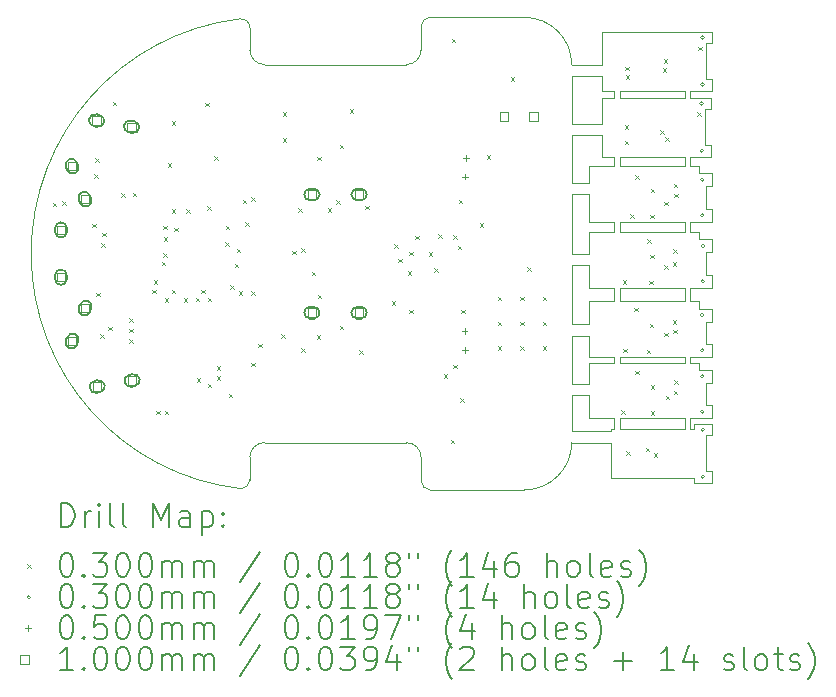
<source format=gbr>
%TF.GenerationSoftware,KiCad,Pcbnew,6.0.7-f9a2dced07~116~ubuntu20.04.1*%
%TF.CreationDate,2022-10-12T13:20:06+05:30*%
%TF.ProjectId,mushak_pcb,6d757368-616b-45f7-9063-622e6b696361,rev?*%
%TF.SameCoordinates,Original*%
%TF.FileFunction,Drillmap*%
%TF.FilePolarity,Positive*%
%FSLAX45Y45*%
G04 Gerber Fmt 4.5, Leading zero omitted, Abs format (unit mm)*
G04 Created by KiCad (PCBNEW 6.0.7-f9a2dced07~116~ubuntu20.04.1) date 2022-10-12 13:20:06*
%MOMM*%
%LPD*%
G01*
G04 APERTURE LIST*
%ADD10C,0.100000*%
%ADD11C,0.200000*%
%ADD12C,0.030000*%
%ADD13C,0.050000*%
G04 APERTURE END LIST*
D10*
X19400000Y-9100000D02*
X19550000Y-9100000D01*
X19400000Y-8600000D02*
X19400000Y-8200000D01*
X20405000Y-8380000D02*
X20575000Y-8380000D01*
X19545000Y-9990000D02*
X19755000Y-9990000D01*
X19550000Y-10900000D02*
X19550000Y-11095000D01*
X20435000Y-11597500D02*
X19735000Y-11597500D01*
X19550000Y-9430000D02*
X19755000Y-9430000D01*
X20480000Y-9580000D02*
X20480000Y-9517500D01*
X19400000Y-10800000D02*
X19550000Y-10800000D01*
X19000000Y-11700000D02*
X18200000Y-11700000D01*
X16800000Y-8100000D02*
X18000000Y-8100000D01*
X20535000Y-10795000D02*
X20535000Y-10985000D01*
X19400000Y-10300000D02*
X19400000Y-9800000D01*
X20535000Y-10985000D02*
X20585000Y-10985000D01*
X19400000Y-8100000D02*
X19652500Y-8100000D01*
X20585000Y-10275000D02*
X20585000Y-10165000D01*
X19755000Y-9990000D02*
X19755000Y-10102500D01*
X20585000Y-9130000D02*
X20585000Y-9020000D01*
X20535000Y-8220000D02*
X20535000Y-7920000D01*
X16675000Y-11615000D02*
X16675000Y-11420000D01*
X20405000Y-8880000D02*
X20405000Y-8957500D01*
X20585000Y-8320000D02*
X20585000Y-8220000D01*
X20475000Y-9020000D02*
X20475000Y-8970000D01*
X19400000Y-10800000D02*
X19400000Y-10400000D01*
X19805000Y-10622500D02*
X20355000Y-10622500D01*
X18200000Y-7700000D02*
G75*
G03*
X18125000Y-7775000I0J-75000D01*
G01*
X20590000Y-9990000D02*
X20590000Y-9880000D01*
X20475000Y-10685000D02*
X20475000Y-10622500D01*
X20585000Y-10795000D02*
X20535000Y-10795000D01*
X20405000Y-10102500D02*
X20475000Y-10102500D01*
X20535000Y-7920000D02*
X20585000Y-7920000D01*
X18125000Y-7975000D02*
X18125000Y-7775000D01*
X19000000Y-11700000D02*
G75*
G03*
X19400000Y-11300000I0J400000D01*
G01*
X19400000Y-9197500D02*
X19550000Y-9197500D01*
X19805000Y-8320000D02*
X19805000Y-8380000D01*
X19545000Y-10575000D02*
X19755000Y-10575000D01*
X18125000Y-11425000D02*
G75*
G03*
X18000000Y-11300000I-125000J0D01*
G01*
X19652500Y-8880000D02*
X19755000Y-8880000D01*
X20480000Y-9990000D02*
X20590000Y-9990000D01*
X20405000Y-9517500D02*
X20480000Y-9517500D01*
X20475000Y-10102500D02*
X20475000Y-10120000D01*
X20355000Y-8880000D02*
X19805000Y-8880000D01*
X20590000Y-9580000D02*
X20480000Y-9580000D01*
X19755000Y-8880000D02*
X19755000Y-8957500D01*
X20535000Y-10465000D02*
X20535000Y-10275000D01*
X20585000Y-7920000D02*
X20585000Y-7820000D01*
X19400000Y-8100000D02*
G75*
G03*
X19000000Y-7700000I-400000J0D01*
G01*
X20585000Y-10465000D02*
X20535000Y-10465000D01*
X19400000Y-11200000D02*
X19735000Y-11200000D01*
X20405000Y-10575000D02*
X20405000Y-10622500D01*
X20585000Y-9020000D02*
X20475000Y-9020000D01*
X18000000Y-8100000D02*
G75*
G03*
X18125000Y-7975000I0J125000D01*
G01*
X19545000Y-9800000D02*
X19545000Y-9990000D01*
X19805000Y-11182500D02*
X20355000Y-11182500D01*
X19755000Y-11095000D02*
X19755000Y-11182500D01*
X19400000Y-9700000D02*
X19545000Y-9700000D01*
X19652500Y-8380000D02*
X19652500Y-8600000D01*
X20405000Y-11095000D02*
X20585000Y-11095000D01*
X20355000Y-9990000D02*
X20355000Y-10102500D01*
X19550000Y-9197500D02*
X19550000Y-9430000D01*
X16675000Y-7975000D02*
X16675000Y-7788033D01*
X19735000Y-11182500D02*
X19735000Y-11200000D01*
X19550000Y-10622500D02*
X19755000Y-10622500D01*
X19652500Y-8200000D02*
X19652500Y-8320000D01*
X19400000Y-9700000D02*
X19400000Y-9197500D01*
X20585000Y-10685000D02*
X20475000Y-10685000D01*
X20435000Y-11182500D02*
X20435000Y-11140000D01*
X16590000Y-7713033D02*
G75*
G03*
X16600000Y-11690000I235075J-1987905D01*
G01*
X20535000Y-11240000D02*
X20535000Y-11520000D01*
X20540000Y-9880000D02*
X20540000Y-9690000D01*
X19550000Y-10622500D02*
X19550000Y-10800000D01*
X18125000Y-11625000D02*
G75*
G03*
X18200000Y-11700000I75000J0D01*
G01*
X20435000Y-11140000D02*
X20585000Y-11140000D01*
X20585000Y-7820000D02*
X19652500Y-7820000D01*
X19805000Y-9430000D02*
X19805000Y-9517500D01*
X19805000Y-10102500D02*
X20355000Y-10102500D01*
X20590000Y-9690000D02*
X20590000Y-9580000D01*
X20405000Y-9990000D02*
X20405000Y-10102500D01*
X20405000Y-9430000D02*
X20585000Y-9430000D01*
X19755000Y-10575000D02*
X19755000Y-10622500D01*
X20355000Y-8320000D02*
X20355000Y-8380000D01*
X20355000Y-9517500D02*
X19805000Y-9517500D01*
X19755000Y-9517500D02*
X19545000Y-9517500D01*
X19400000Y-10900000D02*
X19550000Y-10900000D01*
X20535000Y-9320000D02*
X20585000Y-9320000D01*
X20585000Y-11140000D02*
X20585000Y-11240000D01*
X20585000Y-10575000D02*
X20585000Y-10465000D01*
X20405000Y-9430000D02*
X20405000Y-9517500D01*
X19755000Y-11182500D02*
X19735000Y-11182500D01*
X20435000Y-11640000D02*
X20435000Y-11597500D01*
X19400000Y-8200000D02*
X19652500Y-8200000D01*
X20525000Y-8770000D02*
X20525000Y-8480000D01*
X20405000Y-9990000D02*
X20480000Y-9990000D01*
X18200000Y-7700000D02*
X19000000Y-7700000D01*
X20585000Y-11640000D02*
X20435000Y-11640000D01*
X19805000Y-9430000D02*
X20355000Y-9430000D01*
X20405000Y-10575000D02*
X20475000Y-10575000D01*
X19400000Y-9100000D02*
X19400000Y-8700000D01*
X19545000Y-10400000D02*
X19545000Y-10575000D01*
X20575000Y-8880000D02*
X20575000Y-8780000D01*
X20405000Y-8880000D02*
X20575000Y-8880000D01*
X20475000Y-10575000D02*
X20585000Y-10575000D01*
X19735000Y-11300000D02*
X19735000Y-11597500D01*
X19805000Y-10575000D02*
X20355000Y-10575000D01*
X20585000Y-9320000D02*
X20585000Y-9430000D01*
X19755000Y-8957500D02*
X19550000Y-8957500D01*
X19805000Y-11095000D02*
X20355000Y-11095000D01*
X19400000Y-10300000D02*
X19545000Y-10300000D01*
X19652500Y-8320000D02*
X19755000Y-8320000D01*
X20405000Y-8320000D02*
X20405000Y-8380000D01*
X19805000Y-9990000D02*
X20355000Y-9990000D01*
X19545000Y-10102500D02*
X19545000Y-10300000D01*
X20475000Y-8970000D02*
X20475000Y-8957500D01*
X20535000Y-11520000D02*
X20535000Y-11540000D01*
X20355000Y-8380000D02*
X19805000Y-8380000D01*
X20590000Y-9880000D02*
X20540000Y-9880000D01*
X16600000Y-11690000D02*
G75*
G03*
X16675000Y-11615000I0J75000D01*
G01*
X20535000Y-11540000D02*
X20585000Y-11540000D01*
X20585000Y-11240000D02*
X20535000Y-11240000D01*
X20405000Y-11182500D02*
X20435000Y-11182500D01*
X20355000Y-8880000D02*
X20355000Y-8957500D01*
X19400000Y-11300000D02*
X19735000Y-11300000D01*
X20355000Y-11095000D02*
X20355000Y-11182500D01*
X20405000Y-8320000D02*
X20585000Y-8320000D01*
X20355000Y-9430000D02*
X20355000Y-9517500D01*
X19805000Y-10575000D02*
X19805000Y-10622500D01*
X20405000Y-11095000D02*
X20405000Y-11182500D01*
X20585000Y-8220000D02*
X20535000Y-8220000D01*
X20585000Y-10985000D02*
X20585000Y-11095000D01*
X19545000Y-9517500D02*
X19545000Y-9700000D01*
X20405000Y-8957500D02*
X20475000Y-8957500D01*
X20475000Y-10165000D02*
X20475000Y-10120000D01*
X19805000Y-8320000D02*
X20355000Y-8320000D01*
X19400000Y-9800000D02*
X19545000Y-9800000D01*
X19400000Y-8700000D02*
X19652500Y-8700000D01*
X20405000Y-10622500D02*
X20475000Y-10622500D01*
X20525000Y-8770000D02*
X20525000Y-8780000D01*
X19755000Y-8320000D02*
X19755000Y-8380000D01*
X20585000Y-10165000D02*
X20475000Y-10165000D01*
X18125000Y-11425000D02*
X18125000Y-11625000D01*
X19755000Y-9430000D02*
X19755000Y-9517500D01*
X20535000Y-9130000D02*
X20585000Y-9130000D01*
X20355000Y-10575000D02*
X20355000Y-10622500D01*
X19652500Y-7820000D02*
X19652500Y-8100000D01*
X19550000Y-8957500D02*
X19550000Y-9100000D01*
X20535000Y-9320000D02*
X20535000Y-9130000D01*
X19755000Y-8380000D02*
X19652500Y-8380000D01*
X20525000Y-8780000D02*
X20575000Y-8780000D01*
X19545000Y-10102500D02*
X19755000Y-10102500D01*
X19805000Y-9990000D02*
X19805000Y-10102500D01*
X20575000Y-8380000D02*
X20575000Y-8480000D01*
X16800000Y-11299996D02*
G75*
G03*
X16675000Y-11420000I0J-125104D01*
G01*
X19805000Y-8880000D02*
X19805000Y-8957500D01*
X20525000Y-8480000D02*
X20575000Y-8480000D01*
X20585000Y-11540000D02*
X20585000Y-11640000D01*
X16674995Y-7788033D02*
G75*
G03*
X16590000Y-7713033I-75585J3D01*
G01*
X19400000Y-8600000D02*
X19652500Y-8600000D01*
X16800000Y-11300000D02*
X18000000Y-11300000D01*
X19400000Y-11200000D02*
X19400000Y-10900000D01*
X20540000Y-9690000D02*
X20590000Y-9690000D01*
X19805000Y-11182500D02*
X19805000Y-11095000D01*
X16675000Y-7975000D02*
G75*
G03*
X16800000Y-8100000I125000J0D01*
G01*
X20535000Y-10275000D02*
X20585000Y-10275000D01*
X19400000Y-10400000D02*
X19545000Y-10400000D01*
X19652500Y-8700000D02*
X19652500Y-8880000D01*
X20355000Y-8957500D02*
X19805000Y-8957500D01*
X19550000Y-11095000D02*
X19755000Y-11095000D01*
X20585000Y-10685000D02*
X20585000Y-10795000D01*
D11*
D12*
X15004950Y-9267500D02*
X15034950Y-9297500D01*
X15034950Y-9267500D02*
X15004950Y-9297500D01*
X15084340Y-9255984D02*
X15114340Y-9285984D01*
X15114340Y-9255984D02*
X15084340Y-9285984D01*
X15340000Y-9448000D02*
X15370000Y-9478000D01*
X15370000Y-9448000D02*
X15340000Y-9478000D01*
X15355000Y-9030000D02*
X15385000Y-9060000D01*
X15385000Y-9030000D02*
X15355000Y-9060000D01*
X15365000Y-8892177D02*
X15395000Y-8922177D01*
X15395000Y-8892177D02*
X15365000Y-8922177D01*
X15375000Y-10030000D02*
X15405000Y-10060000D01*
X15405000Y-10030000D02*
X15375000Y-10060000D01*
X15410000Y-10385000D02*
X15440000Y-10415000D01*
X15440000Y-10385000D02*
X15410000Y-10415000D01*
X15415000Y-9610000D02*
X15445000Y-9640000D01*
X15445000Y-9610000D02*
X15415000Y-9640000D01*
X15425000Y-9525000D02*
X15455000Y-9555000D01*
X15455000Y-9525000D02*
X15425000Y-9555000D01*
X15475000Y-10320000D02*
X15505000Y-10350000D01*
X15505000Y-10320000D02*
X15475000Y-10350000D01*
X15515000Y-8415000D02*
X15545000Y-8445000D01*
X15545000Y-8415000D02*
X15515000Y-8445000D01*
X15585000Y-9190000D02*
X15615000Y-9220000D01*
X15615000Y-9190000D02*
X15585000Y-9220000D01*
X15655000Y-10245000D02*
X15685000Y-10275000D01*
X15685000Y-10245000D02*
X15655000Y-10275000D01*
X15655000Y-10335000D02*
X15685000Y-10365000D01*
X15685000Y-10335000D02*
X15655000Y-10365000D01*
X15655000Y-10425000D02*
X15685000Y-10455000D01*
X15685000Y-10425000D02*
X15655000Y-10455000D01*
X15685000Y-9185000D02*
X15715000Y-9215000D01*
X15715000Y-9185000D02*
X15685000Y-9215000D01*
X15850000Y-10005000D02*
X15880000Y-10035000D01*
X15880000Y-10005000D02*
X15850000Y-10035000D01*
X15859680Y-9924680D02*
X15889680Y-9954680D01*
X15889680Y-9924680D02*
X15859680Y-9954680D01*
X15882500Y-11030000D02*
X15912500Y-11060000D01*
X15912500Y-11030000D02*
X15882500Y-11060000D01*
X15930000Y-9770000D02*
X15960000Y-9800000D01*
X15960000Y-9770000D02*
X15930000Y-9800000D01*
X15940000Y-9465000D02*
X15970000Y-9495000D01*
X15970000Y-9465000D02*
X15940000Y-9495000D01*
X15940000Y-9695000D02*
X15970000Y-9725000D01*
X15970000Y-9695000D02*
X15940000Y-9725000D01*
X15945000Y-9560000D02*
X15975000Y-9590000D01*
X15975000Y-9560000D02*
X15945000Y-9590000D01*
X15954171Y-10076163D02*
X15984171Y-10106163D01*
X15984171Y-10076163D02*
X15954171Y-10106163D01*
X15955000Y-11030000D02*
X15985000Y-11060000D01*
X15985000Y-11030000D02*
X15955000Y-11060000D01*
X15980000Y-8935000D02*
X16010000Y-8965000D01*
X16010000Y-8935000D02*
X15980000Y-8965000D01*
X16015000Y-8580000D02*
X16045000Y-8610000D01*
X16045000Y-8580000D02*
X16015000Y-8610000D01*
X16015000Y-9325000D02*
X16045000Y-9355000D01*
X16045000Y-9325000D02*
X16015000Y-9355000D01*
X16015000Y-10005000D02*
X16045000Y-10035000D01*
X16045000Y-10005000D02*
X16015000Y-10035000D01*
X16035000Y-9480000D02*
X16065000Y-9510000D01*
X16065000Y-9480000D02*
X16035000Y-9510000D01*
X16115000Y-10080000D02*
X16145000Y-10110000D01*
X16145000Y-10080000D02*
X16115000Y-10110000D01*
X16135000Y-9325000D02*
X16165000Y-9355000D01*
X16165000Y-9325000D02*
X16135000Y-9355000D01*
X16215000Y-10075000D02*
X16245000Y-10105000D01*
X16245000Y-10075000D02*
X16215000Y-10105000D01*
X16225000Y-10755000D02*
X16255000Y-10785000D01*
X16255000Y-10755000D02*
X16225000Y-10785000D01*
X16265000Y-10005000D02*
X16295000Y-10035000D01*
X16295000Y-10005000D02*
X16265000Y-10035000D01*
X16297500Y-8422500D02*
X16327500Y-8452500D01*
X16327500Y-8422500D02*
X16297500Y-8452500D01*
X16315000Y-9300000D02*
X16345000Y-9330000D01*
X16345000Y-9300000D02*
X16315000Y-9330000D01*
X16320000Y-10075000D02*
X16350000Y-10105000D01*
X16350000Y-10075000D02*
X16320000Y-10105000D01*
X16320000Y-10800000D02*
X16350000Y-10830000D01*
X16350000Y-10800000D02*
X16320000Y-10830000D01*
X16375000Y-8875000D02*
X16405000Y-8905000D01*
X16405000Y-8875000D02*
X16375000Y-8905000D01*
X16395000Y-10655000D02*
X16425000Y-10685000D01*
X16425000Y-10655000D02*
X16395000Y-10685000D01*
X16395000Y-10740000D02*
X16425000Y-10770000D01*
X16425000Y-10740000D02*
X16395000Y-10770000D01*
X16465000Y-9605000D02*
X16495000Y-9635000D01*
X16495000Y-9605000D02*
X16465000Y-9635000D01*
X16470000Y-9465000D02*
X16500000Y-9495000D01*
X16500000Y-9465000D02*
X16470000Y-9495000D01*
X16497500Y-10885000D02*
X16527500Y-10915000D01*
X16527500Y-10885000D02*
X16497500Y-10915000D01*
X16510000Y-9969950D02*
X16540000Y-9999950D01*
X16540000Y-9969950D02*
X16510000Y-9999950D01*
X16545000Y-9785000D02*
X16575000Y-9815000D01*
X16575000Y-9785000D02*
X16545000Y-9815000D01*
X16565000Y-9660000D02*
X16595000Y-9690000D01*
X16595000Y-9660000D02*
X16565000Y-9690000D01*
X16580000Y-10020000D02*
X16610000Y-10050000D01*
X16610000Y-10020000D02*
X16580000Y-10050000D01*
X16615000Y-9245000D02*
X16645000Y-9275000D01*
X16645000Y-9245000D02*
X16615000Y-9275000D01*
X16635000Y-9435000D02*
X16665000Y-9465000D01*
X16665000Y-9435000D02*
X16635000Y-9465000D01*
X16685000Y-10020000D02*
X16715000Y-10050000D01*
X16715000Y-10020000D02*
X16685000Y-10050000D01*
X16685000Y-10625000D02*
X16715000Y-10655000D01*
X16715000Y-10625000D02*
X16685000Y-10655000D01*
X16686541Y-9222885D02*
X16716541Y-9252885D01*
X16716541Y-9222885D02*
X16686541Y-9252885D01*
X16745000Y-10465000D02*
X16775000Y-10495000D01*
X16775000Y-10465000D02*
X16745000Y-10495000D01*
X16940000Y-10385000D02*
X16970000Y-10415000D01*
X16970000Y-10385000D02*
X16940000Y-10415000D01*
X16955000Y-8505000D02*
X16985000Y-8535000D01*
X16985000Y-8505000D02*
X16955000Y-8535000D01*
X16955000Y-8725000D02*
X16985000Y-8755000D01*
X16985000Y-8725000D02*
X16955000Y-8755000D01*
X17035000Y-9675000D02*
X17065000Y-9705000D01*
X17065000Y-9675000D02*
X17035000Y-9705000D01*
X17083000Y-9315000D02*
X17113000Y-9345000D01*
X17113000Y-9315000D02*
X17083000Y-9345000D01*
X17110000Y-9655050D02*
X17140000Y-9685050D01*
X17140000Y-9655050D02*
X17110000Y-9685050D01*
X17110000Y-10500000D02*
X17140000Y-10530000D01*
X17140000Y-10500000D02*
X17110000Y-10530000D01*
X17200000Y-9855000D02*
X17230000Y-9885000D01*
X17230000Y-9855000D02*
X17200000Y-9885000D01*
X17240000Y-10390000D02*
X17270000Y-10420000D01*
X17270000Y-10390000D02*
X17240000Y-10420000D01*
X17245000Y-8880000D02*
X17275000Y-8910000D01*
X17275000Y-8880000D02*
X17245000Y-8910000D01*
X17250000Y-10050000D02*
X17280000Y-10080000D01*
X17280000Y-10050000D02*
X17250000Y-10080000D01*
X17335000Y-9317500D02*
X17365000Y-9347500D01*
X17365000Y-9317500D02*
X17335000Y-9347500D01*
X17405000Y-9250000D02*
X17435000Y-9280000D01*
X17435000Y-9250000D02*
X17405000Y-9280000D01*
X17435000Y-8780000D02*
X17465000Y-8810000D01*
X17465000Y-8780000D02*
X17435000Y-8810000D01*
X17435000Y-10310000D02*
X17465000Y-10340000D01*
X17465000Y-10310000D02*
X17435000Y-10340000D01*
X17520000Y-8480000D02*
X17550000Y-8510000D01*
X17550000Y-8480000D02*
X17520000Y-8510000D01*
X17600000Y-10520000D02*
X17630000Y-10550000D01*
X17630000Y-10520000D02*
X17600000Y-10550000D01*
X17650000Y-9295000D02*
X17680000Y-9325000D01*
X17680000Y-9295000D02*
X17650000Y-9325000D01*
X17875000Y-10105000D02*
X17905000Y-10135000D01*
X17905000Y-10105000D02*
X17875000Y-10135000D01*
X17895000Y-9620000D02*
X17925000Y-9650000D01*
X17925000Y-9620000D02*
X17895000Y-9650000D01*
X17930000Y-9745000D02*
X17960000Y-9775000D01*
X17960000Y-9745000D02*
X17930000Y-9775000D01*
X18010000Y-9849950D02*
X18040000Y-9879950D01*
X18040000Y-9849950D02*
X18010000Y-9879950D01*
X18025000Y-9685000D02*
X18055000Y-9715000D01*
X18055000Y-9685000D02*
X18025000Y-9715000D01*
X18025000Y-10175000D02*
X18055000Y-10205000D01*
X18055000Y-10175000D02*
X18025000Y-10205000D01*
X18075000Y-9550000D02*
X18105000Y-9580000D01*
X18105000Y-9550000D02*
X18075000Y-9580000D01*
X18189680Y-9690320D02*
X18219680Y-9720320D01*
X18219680Y-9690320D02*
X18189680Y-9720320D01*
X18235000Y-9825000D02*
X18265000Y-9855000D01*
X18265000Y-9825000D02*
X18235000Y-9855000D01*
X18270000Y-9535000D02*
X18300000Y-9565000D01*
X18300000Y-9535000D02*
X18270000Y-9565000D01*
X18315000Y-10720000D02*
X18345000Y-10750000D01*
X18345000Y-10720000D02*
X18315000Y-10750000D01*
X18375000Y-11275000D02*
X18405000Y-11305000D01*
X18405000Y-11275000D02*
X18375000Y-11305000D01*
X18385000Y-7880000D02*
X18415000Y-7910000D01*
X18415000Y-7880000D02*
X18385000Y-7910000D01*
X18395000Y-10640000D02*
X18425000Y-10670000D01*
X18425000Y-10640000D02*
X18395000Y-10670000D01*
X18397450Y-9545000D02*
X18427450Y-9575000D01*
X18427450Y-9545000D02*
X18397450Y-9575000D01*
X18435000Y-9635000D02*
X18465000Y-9665000D01*
X18465000Y-9635000D02*
X18435000Y-9665000D01*
X18445000Y-9244950D02*
X18475000Y-9274950D01*
X18475000Y-9244950D02*
X18445000Y-9274950D01*
X18455000Y-10925000D02*
X18485000Y-10955000D01*
X18485000Y-10925000D02*
X18455000Y-10955000D01*
X18462500Y-10175000D02*
X18492500Y-10205000D01*
X18492500Y-10175000D02*
X18462500Y-10205000D01*
X18620000Y-9445000D02*
X18650000Y-9475000D01*
X18650000Y-9445000D02*
X18620000Y-9475000D01*
X18680000Y-8865000D02*
X18710000Y-8895000D01*
X18710000Y-8865000D02*
X18680000Y-8895000D01*
X18775000Y-10065000D02*
X18805000Y-10095000D01*
X18805000Y-10065000D02*
X18775000Y-10095000D01*
X18775000Y-10275000D02*
X18805000Y-10305000D01*
X18805000Y-10275000D02*
X18775000Y-10305000D01*
X18775000Y-10485000D02*
X18805000Y-10515000D01*
X18805000Y-10485000D02*
X18775000Y-10515000D01*
X18885000Y-8205000D02*
X18915000Y-8235000D01*
X18915000Y-8205000D02*
X18885000Y-8235000D01*
X18965000Y-10065000D02*
X18995000Y-10095000D01*
X18995000Y-10065000D02*
X18965000Y-10095000D01*
X18965000Y-10275000D02*
X18995000Y-10305000D01*
X18995000Y-10275000D02*
X18965000Y-10305000D01*
X18965000Y-10485000D02*
X18995000Y-10515000D01*
X18995000Y-10485000D02*
X18965000Y-10515000D01*
X19025000Y-9815000D02*
X19055000Y-9845000D01*
X19055000Y-9815000D02*
X19025000Y-9845000D01*
X19155000Y-10065000D02*
X19185000Y-10095000D01*
X19185000Y-10065000D02*
X19155000Y-10095000D01*
X19155000Y-10275000D02*
X19185000Y-10305000D01*
X19185000Y-10275000D02*
X19155000Y-10305000D01*
X19155000Y-10485000D02*
X19185000Y-10515000D01*
X19185000Y-10485000D02*
X19155000Y-10515000D01*
X19820000Y-11025000D02*
X19850000Y-11055000D01*
X19850000Y-11025000D02*
X19820000Y-11055000D01*
X19830000Y-9925000D02*
X19860000Y-9955000D01*
X19860000Y-9925000D02*
X19830000Y-9955000D01*
X19835000Y-10505000D02*
X19865000Y-10535000D01*
X19865000Y-10505000D02*
X19835000Y-10535000D01*
X19847500Y-8615000D02*
X19877500Y-8645000D01*
X19877500Y-8615000D02*
X19847500Y-8645000D01*
X19847500Y-8745000D02*
X19877500Y-8775000D01*
X19877500Y-8745000D02*
X19847500Y-8775000D01*
X19852500Y-8117500D02*
X19882500Y-8147500D01*
X19882500Y-8117500D02*
X19852500Y-8147500D01*
X19857500Y-8190000D02*
X19887500Y-8220000D01*
X19887500Y-8190000D02*
X19857500Y-8220000D01*
X19862500Y-11375000D02*
X19892500Y-11405000D01*
X19892500Y-11375000D02*
X19862500Y-11405000D01*
X19895000Y-9365000D02*
X19925000Y-9395000D01*
X19925000Y-9365000D02*
X19895000Y-9395000D01*
X19927500Y-10160000D02*
X19957500Y-10190000D01*
X19957500Y-10160000D02*
X19927500Y-10190000D01*
X19937500Y-9037500D02*
X19967500Y-9067500D01*
X19967500Y-9037500D02*
X19937500Y-9067500D01*
X19937500Y-10690000D02*
X19967500Y-10720000D01*
X19967500Y-10690000D02*
X19937500Y-10720000D01*
X20028344Y-11343834D02*
X20058344Y-11373834D01*
X20058344Y-11343834D02*
X20028344Y-11373834D01*
X20035000Y-10515000D02*
X20065000Y-10545000D01*
X20065000Y-10515000D02*
X20035000Y-10545000D01*
X20037500Y-9580000D02*
X20067500Y-9610000D01*
X20067500Y-9580000D02*
X20037500Y-9610000D01*
X20055000Y-9930000D02*
X20085000Y-9960000D01*
X20085000Y-9930000D02*
X20055000Y-9960000D01*
X20060000Y-10295000D02*
X20090000Y-10325000D01*
X20090000Y-10295000D02*
X20060000Y-10325000D01*
X20065000Y-9370000D02*
X20095000Y-9400000D01*
X20095000Y-9370000D02*
X20065000Y-9400000D01*
X20065050Y-9710000D02*
X20095050Y-9740000D01*
X20095050Y-9710000D02*
X20065050Y-9740000D01*
X20070000Y-9150000D02*
X20100000Y-9180000D01*
X20100000Y-9150000D02*
X20070000Y-9180000D01*
X20070000Y-10815000D02*
X20100000Y-10845000D01*
X20100000Y-10815000D02*
X20070000Y-10845000D01*
X20070000Y-11035000D02*
X20100000Y-11065000D01*
X20100000Y-11035000D02*
X20070000Y-11065000D01*
X20093716Y-11389862D02*
X20123716Y-11419862D01*
X20123716Y-11389862D02*
X20093716Y-11419862D01*
X20147500Y-8655000D02*
X20177500Y-8685000D01*
X20177500Y-8655000D02*
X20147500Y-8685000D01*
X20170050Y-8132500D02*
X20200050Y-8162500D01*
X20200050Y-8132500D02*
X20170050Y-8162500D01*
X20177500Y-8055000D02*
X20207500Y-8085000D01*
X20207500Y-8055000D02*
X20177500Y-8085000D01*
X20185000Y-9260000D02*
X20215000Y-9290000D01*
X20215000Y-9260000D02*
X20185000Y-9290000D01*
X20185000Y-9800000D02*
X20215000Y-9830000D01*
X20215000Y-9800000D02*
X20185000Y-9830000D01*
X20185000Y-10370000D02*
X20215000Y-10400000D01*
X20215000Y-10370000D02*
X20185000Y-10400000D01*
X20192500Y-8715000D02*
X20222500Y-8745000D01*
X20222500Y-8715000D02*
X20192500Y-8745000D01*
X20195000Y-10905000D02*
X20225000Y-10935000D01*
X20225000Y-10905000D02*
X20195000Y-10935000D01*
X20255000Y-9775000D02*
X20285000Y-9805000D01*
X20285000Y-9775000D02*
X20255000Y-9805000D01*
X20255000Y-10265000D02*
X20285000Y-10295000D01*
X20285000Y-10265000D02*
X20255000Y-10295000D01*
X20257500Y-10345000D02*
X20287500Y-10375000D01*
X20287500Y-10345000D02*
X20257500Y-10375000D01*
X20261057Y-9660989D02*
X20291057Y-9690989D01*
X20291057Y-9660989D02*
X20261057Y-9690989D01*
X20262500Y-10860000D02*
X20292500Y-10890000D01*
X20292500Y-10860000D02*
X20262500Y-10890000D01*
X20263125Y-9107941D02*
X20293125Y-9137941D01*
X20293125Y-9107941D02*
X20263125Y-9137941D01*
X20267500Y-9192500D02*
X20297500Y-9222500D01*
X20297500Y-9192500D02*
X20267500Y-9222500D01*
X20270000Y-10770000D02*
X20300000Y-10800000D01*
X20300000Y-10770000D02*
X20270000Y-10800000D01*
X20462500Y-8502500D02*
X20492500Y-8532500D01*
X20492500Y-8502500D02*
X20462500Y-8532500D01*
X20472500Y-7950000D02*
X20502500Y-7980000D01*
X20502500Y-7950000D02*
X20472500Y-7980000D01*
X20515000Y-8430000D02*
G75*
G03*
X20515000Y-8430000I-15000J0D01*
G01*
X20515000Y-8830000D02*
G75*
G03*
X20515000Y-8830000I-15000J0D01*
G01*
X20520000Y-9075000D02*
G75*
G03*
X20520000Y-9075000I-15000J0D01*
G01*
X20520000Y-9375000D02*
G75*
G03*
X20520000Y-9375000I-15000J0D01*
G01*
X20520000Y-10220000D02*
G75*
G03*
X20520000Y-10220000I-15000J0D01*
G01*
X20520000Y-10520000D02*
G75*
G03*
X20520000Y-10520000I-15000J0D01*
G01*
X20520000Y-10740000D02*
G75*
G03*
X20520000Y-10740000I-15000J0D01*
G01*
X20520000Y-11040000D02*
G75*
G03*
X20520000Y-11040000I-15000J0D01*
G01*
X20522000Y-7870000D02*
G75*
G03*
X20522000Y-7870000I-15000J0D01*
G01*
X20522000Y-8270000D02*
G75*
G03*
X20522000Y-8270000I-15000J0D01*
G01*
X20525000Y-9635000D02*
G75*
G03*
X20525000Y-9635000I-15000J0D01*
G01*
X20525000Y-9935000D02*
G75*
G03*
X20525000Y-9935000I-15000J0D01*
G01*
X20525000Y-11190000D02*
G75*
G03*
X20525000Y-11190000I-15000J0D01*
G01*
X20525000Y-11590000D02*
G75*
G03*
X20525000Y-11590000I-15000J0D01*
G01*
D13*
X18492500Y-10332500D02*
X18492500Y-10382500D01*
X18467500Y-10357500D02*
X18517500Y-10357500D01*
X18497500Y-9022500D02*
X18497500Y-9072500D01*
X18472500Y-9047500D02*
X18522500Y-9047500D01*
X18497500Y-10487500D02*
X18497500Y-10537500D01*
X18472500Y-10512500D02*
X18522500Y-10512500D01*
X18502500Y-8867500D02*
X18502500Y-8917500D01*
X18477500Y-8892500D02*
X18527500Y-8892500D01*
D10*
X15110356Y-9535356D02*
X15110356Y-9464644D01*
X15039644Y-9464644D01*
X15039644Y-9535356D01*
X15110356Y-9535356D01*
D11*
X15025000Y-9485000D02*
X15025000Y-9515000D01*
X15125000Y-9485000D02*
X15125000Y-9515000D01*
X15025000Y-9515000D02*
G75*
G03*
X15125000Y-9515000I50000J0D01*
G01*
X15125000Y-9485000D02*
G75*
G03*
X15025000Y-9485000I-50000J0D01*
G01*
D10*
X15110356Y-9935356D02*
X15110356Y-9864644D01*
X15039644Y-9864644D01*
X15039644Y-9935356D01*
X15110356Y-9935356D01*
D11*
X15025000Y-9885000D02*
X15025000Y-9915000D01*
X15125000Y-9885000D02*
X15125000Y-9915000D01*
X15025000Y-9915000D02*
G75*
G03*
X15125000Y-9915000I50000J0D01*
G01*
X15125000Y-9885000D02*
G75*
G03*
X15025000Y-9885000I-50000J0D01*
G01*
D10*
X15205380Y-8995793D02*
X15205380Y-8925082D01*
X15134669Y-8925082D01*
X15134669Y-8995793D01*
X15205380Y-8995793D01*
D11*
X15222043Y-8956069D02*
X15211048Y-8928156D01*
X15129001Y-8992719D02*
X15118006Y-8964806D01*
X15211048Y-8928156D02*
G75*
G03*
X15118006Y-8964806I-46521J-18325D01*
G01*
X15129001Y-8992719D02*
G75*
G03*
X15222043Y-8956069I46521J18325D01*
G01*
D10*
X15205380Y-10474918D02*
X15205380Y-10404207D01*
X15134669Y-10404207D01*
X15134669Y-10474918D01*
X15205380Y-10474918D01*
D11*
X15129001Y-10407281D02*
X15118006Y-10435194D01*
X15222043Y-10443931D02*
X15211048Y-10471844D01*
X15118006Y-10435194D02*
G75*
G03*
X15211048Y-10471844I46521J-18325D01*
G01*
X15222043Y-10443931D02*
G75*
G03*
X15129001Y-10407281I-46521J18325D01*
G01*
D10*
X15315331Y-9274918D02*
X15315331Y-9204207D01*
X15244619Y-9204207D01*
X15244619Y-9274918D01*
X15315331Y-9274918D01*
D11*
X15331994Y-9235194D02*
X15320999Y-9207281D01*
X15238952Y-9271844D02*
X15227957Y-9243931D01*
X15320999Y-9207281D02*
G75*
G03*
X15227957Y-9243931I-46521J-18325D01*
G01*
X15238952Y-9271844D02*
G75*
G03*
X15331994Y-9235194I46521J18325D01*
G01*
D10*
X15315331Y-10195793D02*
X15315331Y-10125082D01*
X15244619Y-10125082D01*
X15244619Y-10195793D01*
X15315331Y-10195793D01*
D11*
X15238952Y-10128156D02*
X15227957Y-10156069D01*
X15331994Y-10164806D02*
X15320999Y-10192719D01*
X15227957Y-10156069D02*
G75*
G03*
X15320999Y-10192719I46521J-18325D01*
G01*
X15331994Y-10164806D02*
G75*
G03*
X15238952Y-10128156I-46521J18325D01*
G01*
D10*
X15412634Y-8609309D02*
X15412634Y-8538597D01*
X15341923Y-8538597D01*
X15341923Y-8609309D01*
X15412634Y-8609309D01*
D11*
X15400733Y-8527317D02*
X15371189Y-8522108D01*
X15383368Y-8625798D02*
X15353824Y-8620589D01*
X15371189Y-8522108D02*
G75*
G03*
X15353824Y-8620589I-8682J-49240D01*
G01*
X15383368Y-8625798D02*
G75*
G03*
X15400733Y-8527317I8682J49240D01*
G01*
D10*
X15417634Y-10861403D02*
X15417634Y-10790692D01*
X15346923Y-10790692D01*
X15346923Y-10861403D01*
X15417634Y-10861403D01*
D11*
X15388368Y-10774202D02*
X15358824Y-10779412D01*
X15405733Y-10872683D02*
X15376189Y-10877892D01*
X15358824Y-10779412D02*
G75*
G03*
X15376189Y-10877892I8682J-49240D01*
G01*
X15405733Y-10872683D02*
G75*
G03*
X15388368Y-10774202I-8682J49240D01*
G01*
D10*
X15708077Y-8661403D02*
X15708077Y-8590692D01*
X15637365Y-8590692D01*
X15637365Y-8661403D01*
X15708077Y-8661403D01*
D11*
X15696176Y-8579412D02*
X15666631Y-8574202D01*
X15678811Y-8677892D02*
X15649267Y-8672683D01*
X15666631Y-8574202D02*
G75*
G03*
X15649267Y-8672683I-8682J-49240D01*
G01*
X15678811Y-8677892D02*
G75*
G03*
X15696176Y-8579412I8682J49240D01*
G01*
D10*
X15713077Y-10809309D02*
X15713077Y-10738597D01*
X15642365Y-10738597D01*
X15642365Y-10809309D01*
X15713077Y-10809309D01*
D11*
X15683811Y-10722108D02*
X15654267Y-10727317D01*
X15701176Y-10820589D02*
X15671631Y-10825798D01*
X15654267Y-10727317D02*
G75*
G03*
X15671631Y-10825798I8682J-49240D01*
G01*
X15701176Y-10820589D02*
G75*
G03*
X15683811Y-10722108I-8682J49240D01*
G01*
D10*
X17235356Y-9235356D02*
X17235356Y-9164644D01*
X17164644Y-9164644D01*
X17164644Y-9235356D01*
X17235356Y-9235356D01*
D11*
X17215000Y-9150000D02*
X17185000Y-9150000D01*
X17215000Y-9250000D02*
X17185000Y-9250000D01*
X17185000Y-9150000D02*
G75*
G03*
X17185000Y-9250000I0J-50000D01*
G01*
X17215000Y-9250000D02*
G75*
G03*
X17215000Y-9150000I0J50000D01*
G01*
D10*
X17235356Y-10235356D02*
X17235356Y-10164644D01*
X17164644Y-10164644D01*
X17164644Y-10235356D01*
X17235356Y-10235356D01*
D11*
X17185000Y-10250000D02*
X17215000Y-10250000D01*
X17185000Y-10150000D02*
X17215000Y-10150000D01*
X17215000Y-10250000D02*
G75*
G03*
X17215000Y-10150000I0J50000D01*
G01*
X17185000Y-10150000D02*
G75*
G03*
X17185000Y-10250000I0J-50000D01*
G01*
D10*
X17635356Y-9235356D02*
X17635356Y-9164644D01*
X17564644Y-9164644D01*
X17564644Y-9235356D01*
X17635356Y-9235356D01*
D11*
X17615000Y-9150000D02*
X17585000Y-9150000D01*
X17615000Y-9250000D02*
X17585000Y-9250000D01*
X17585000Y-9150000D02*
G75*
G03*
X17585000Y-9250000I0J-50000D01*
G01*
X17615000Y-9250000D02*
G75*
G03*
X17615000Y-9150000I0J50000D01*
G01*
D10*
X17635356Y-10235356D02*
X17635356Y-10164644D01*
X17564644Y-10164644D01*
X17564644Y-10235356D01*
X17635356Y-10235356D01*
D11*
X17585000Y-10250000D02*
X17615000Y-10250000D01*
X17585000Y-10150000D02*
X17615000Y-10150000D01*
X17615000Y-10250000D02*
G75*
G03*
X17615000Y-10150000I0J50000D01*
G01*
X17585000Y-10150000D02*
G75*
G03*
X17585000Y-10250000I0J-50000D01*
G01*
D10*
X18860356Y-8575356D02*
X18860356Y-8504644D01*
X18789644Y-8504644D01*
X18789644Y-8575356D01*
X18860356Y-8575356D01*
X19110356Y-8575356D02*
X19110356Y-8504644D01*
X19039644Y-8504644D01*
X19039644Y-8575356D01*
X19110356Y-8575356D01*
D11*
X15075938Y-12015476D02*
X15075938Y-11815476D01*
X15123557Y-11815476D01*
X15152129Y-11825000D01*
X15171176Y-11844048D01*
X15180700Y-11863095D01*
X15190224Y-11901190D01*
X15190224Y-11929762D01*
X15180700Y-11967857D01*
X15171176Y-11986905D01*
X15152129Y-12005952D01*
X15123557Y-12015476D01*
X15075938Y-12015476D01*
X15275938Y-12015476D02*
X15275938Y-11882143D01*
X15275938Y-11920238D02*
X15285462Y-11901190D01*
X15294986Y-11891667D01*
X15314033Y-11882143D01*
X15333081Y-11882143D01*
X15399748Y-12015476D02*
X15399748Y-11882143D01*
X15399748Y-11815476D02*
X15390224Y-11825000D01*
X15399748Y-11834524D01*
X15409271Y-11825000D01*
X15399748Y-11815476D01*
X15399748Y-11834524D01*
X15523557Y-12015476D02*
X15504510Y-12005952D01*
X15494986Y-11986905D01*
X15494986Y-11815476D01*
X15628319Y-12015476D02*
X15609271Y-12005952D01*
X15599748Y-11986905D01*
X15599748Y-11815476D01*
X15856891Y-12015476D02*
X15856891Y-11815476D01*
X15923557Y-11958333D01*
X15990224Y-11815476D01*
X15990224Y-12015476D01*
X16171176Y-12015476D02*
X16171176Y-11910714D01*
X16161652Y-11891667D01*
X16142605Y-11882143D01*
X16104510Y-11882143D01*
X16085462Y-11891667D01*
X16171176Y-12005952D02*
X16152129Y-12015476D01*
X16104510Y-12015476D01*
X16085462Y-12005952D01*
X16075938Y-11986905D01*
X16075938Y-11967857D01*
X16085462Y-11948809D01*
X16104510Y-11939286D01*
X16152129Y-11939286D01*
X16171176Y-11929762D01*
X16266414Y-11882143D02*
X16266414Y-12082143D01*
X16266414Y-11891667D02*
X16285462Y-11882143D01*
X16323557Y-11882143D01*
X16342605Y-11891667D01*
X16352129Y-11901190D01*
X16361652Y-11920238D01*
X16361652Y-11977381D01*
X16352129Y-11996428D01*
X16342605Y-12005952D01*
X16323557Y-12015476D01*
X16285462Y-12015476D01*
X16266414Y-12005952D01*
X16447367Y-11996428D02*
X16456891Y-12005952D01*
X16447367Y-12015476D01*
X16437843Y-12005952D01*
X16447367Y-11996428D01*
X16447367Y-12015476D01*
X16447367Y-11891667D02*
X16456891Y-11901190D01*
X16447367Y-11910714D01*
X16437843Y-11901190D01*
X16447367Y-11891667D01*
X16447367Y-11910714D01*
D12*
X14788319Y-12330000D02*
X14818319Y-12360000D01*
X14818319Y-12330000D02*
X14788319Y-12360000D01*
D11*
X15114033Y-12235476D02*
X15133081Y-12235476D01*
X15152129Y-12245000D01*
X15161652Y-12254524D01*
X15171176Y-12273571D01*
X15180700Y-12311667D01*
X15180700Y-12359286D01*
X15171176Y-12397381D01*
X15161652Y-12416428D01*
X15152129Y-12425952D01*
X15133081Y-12435476D01*
X15114033Y-12435476D01*
X15094986Y-12425952D01*
X15085462Y-12416428D01*
X15075938Y-12397381D01*
X15066414Y-12359286D01*
X15066414Y-12311667D01*
X15075938Y-12273571D01*
X15085462Y-12254524D01*
X15094986Y-12245000D01*
X15114033Y-12235476D01*
X15266414Y-12416428D02*
X15275938Y-12425952D01*
X15266414Y-12435476D01*
X15256891Y-12425952D01*
X15266414Y-12416428D01*
X15266414Y-12435476D01*
X15342605Y-12235476D02*
X15466414Y-12235476D01*
X15399748Y-12311667D01*
X15428319Y-12311667D01*
X15447367Y-12321190D01*
X15456891Y-12330714D01*
X15466414Y-12349762D01*
X15466414Y-12397381D01*
X15456891Y-12416428D01*
X15447367Y-12425952D01*
X15428319Y-12435476D01*
X15371176Y-12435476D01*
X15352129Y-12425952D01*
X15342605Y-12416428D01*
X15590224Y-12235476D02*
X15609271Y-12235476D01*
X15628319Y-12245000D01*
X15637843Y-12254524D01*
X15647367Y-12273571D01*
X15656891Y-12311667D01*
X15656891Y-12359286D01*
X15647367Y-12397381D01*
X15637843Y-12416428D01*
X15628319Y-12425952D01*
X15609271Y-12435476D01*
X15590224Y-12435476D01*
X15571176Y-12425952D01*
X15561652Y-12416428D01*
X15552129Y-12397381D01*
X15542605Y-12359286D01*
X15542605Y-12311667D01*
X15552129Y-12273571D01*
X15561652Y-12254524D01*
X15571176Y-12245000D01*
X15590224Y-12235476D01*
X15780700Y-12235476D02*
X15799748Y-12235476D01*
X15818795Y-12245000D01*
X15828319Y-12254524D01*
X15837843Y-12273571D01*
X15847367Y-12311667D01*
X15847367Y-12359286D01*
X15837843Y-12397381D01*
X15828319Y-12416428D01*
X15818795Y-12425952D01*
X15799748Y-12435476D01*
X15780700Y-12435476D01*
X15761652Y-12425952D01*
X15752129Y-12416428D01*
X15742605Y-12397381D01*
X15733081Y-12359286D01*
X15733081Y-12311667D01*
X15742605Y-12273571D01*
X15752129Y-12254524D01*
X15761652Y-12245000D01*
X15780700Y-12235476D01*
X15933081Y-12435476D02*
X15933081Y-12302143D01*
X15933081Y-12321190D02*
X15942605Y-12311667D01*
X15961652Y-12302143D01*
X15990224Y-12302143D01*
X16009271Y-12311667D01*
X16018795Y-12330714D01*
X16018795Y-12435476D01*
X16018795Y-12330714D02*
X16028319Y-12311667D01*
X16047367Y-12302143D01*
X16075938Y-12302143D01*
X16094986Y-12311667D01*
X16104510Y-12330714D01*
X16104510Y-12435476D01*
X16199748Y-12435476D02*
X16199748Y-12302143D01*
X16199748Y-12321190D02*
X16209271Y-12311667D01*
X16228319Y-12302143D01*
X16256891Y-12302143D01*
X16275938Y-12311667D01*
X16285462Y-12330714D01*
X16285462Y-12435476D01*
X16285462Y-12330714D02*
X16294986Y-12311667D01*
X16314033Y-12302143D01*
X16342605Y-12302143D01*
X16361652Y-12311667D01*
X16371176Y-12330714D01*
X16371176Y-12435476D01*
X16761652Y-12225952D02*
X16590224Y-12483095D01*
X17018795Y-12235476D02*
X17037843Y-12235476D01*
X17056891Y-12245000D01*
X17066414Y-12254524D01*
X17075938Y-12273571D01*
X17085462Y-12311667D01*
X17085462Y-12359286D01*
X17075938Y-12397381D01*
X17066414Y-12416428D01*
X17056891Y-12425952D01*
X17037843Y-12435476D01*
X17018795Y-12435476D01*
X16999748Y-12425952D01*
X16990224Y-12416428D01*
X16980700Y-12397381D01*
X16971176Y-12359286D01*
X16971176Y-12311667D01*
X16980700Y-12273571D01*
X16990224Y-12254524D01*
X16999748Y-12245000D01*
X17018795Y-12235476D01*
X17171176Y-12416428D02*
X17180700Y-12425952D01*
X17171176Y-12435476D01*
X17161653Y-12425952D01*
X17171176Y-12416428D01*
X17171176Y-12435476D01*
X17304510Y-12235476D02*
X17323557Y-12235476D01*
X17342605Y-12245000D01*
X17352129Y-12254524D01*
X17361653Y-12273571D01*
X17371176Y-12311667D01*
X17371176Y-12359286D01*
X17361653Y-12397381D01*
X17352129Y-12416428D01*
X17342605Y-12425952D01*
X17323557Y-12435476D01*
X17304510Y-12435476D01*
X17285462Y-12425952D01*
X17275938Y-12416428D01*
X17266414Y-12397381D01*
X17256891Y-12359286D01*
X17256891Y-12311667D01*
X17266414Y-12273571D01*
X17275938Y-12254524D01*
X17285462Y-12245000D01*
X17304510Y-12235476D01*
X17561653Y-12435476D02*
X17447367Y-12435476D01*
X17504510Y-12435476D02*
X17504510Y-12235476D01*
X17485462Y-12264048D01*
X17466414Y-12283095D01*
X17447367Y-12292619D01*
X17752129Y-12435476D02*
X17637843Y-12435476D01*
X17694986Y-12435476D02*
X17694986Y-12235476D01*
X17675938Y-12264048D01*
X17656891Y-12283095D01*
X17637843Y-12292619D01*
X17866414Y-12321190D02*
X17847367Y-12311667D01*
X17837843Y-12302143D01*
X17828319Y-12283095D01*
X17828319Y-12273571D01*
X17837843Y-12254524D01*
X17847367Y-12245000D01*
X17866414Y-12235476D01*
X17904510Y-12235476D01*
X17923557Y-12245000D01*
X17933081Y-12254524D01*
X17942605Y-12273571D01*
X17942605Y-12283095D01*
X17933081Y-12302143D01*
X17923557Y-12311667D01*
X17904510Y-12321190D01*
X17866414Y-12321190D01*
X17847367Y-12330714D01*
X17837843Y-12340238D01*
X17828319Y-12359286D01*
X17828319Y-12397381D01*
X17837843Y-12416428D01*
X17847367Y-12425952D01*
X17866414Y-12435476D01*
X17904510Y-12435476D01*
X17923557Y-12425952D01*
X17933081Y-12416428D01*
X17942605Y-12397381D01*
X17942605Y-12359286D01*
X17933081Y-12340238D01*
X17923557Y-12330714D01*
X17904510Y-12321190D01*
X18018795Y-12235476D02*
X18018795Y-12273571D01*
X18094986Y-12235476D02*
X18094986Y-12273571D01*
X18390224Y-12511667D02*
X18380700Y-12502143D01*
X18361653Y-12473571D01*
X18352129Y-12454524D01*
X18342605Y-12425952D01*
X18333081Y-12378333D01*
X18333081Y-12340238D01*
X18342605Y-12292619D01*
X18352129Y-12264048D01*
X18361653Y-12245000D01*
X18380700Y-12216428D01*
X18390224Y-12206905D01*
X18571176Y-12435476D02*
X18456891Y-12435476D01*
X18514033Y-12435476D02*
X18514033Y-12235476D01*
X18494986Y-12264048D01*
X18475938Y-12283095D01*
X18456891Y-12292619D01*
X18742605Y-12302143D02*
X18742605Y-12435476D01*
X18694986Y-12225952D02*
X18647367Y-12368809D01*
X18771176Y-12368809D01*
X18933081Y-12235476D02*
X18894986Y-12235476D01*
X18875938Y-12245000D01*
X18866414Y-12254524D01*
X18847367Y-12283095D01*
X18837843Y-12321190D01*
X18837843Y-12397381D01*
X18847367Y-12416428D01*
X18856891Y-12425952D01*
X18875938Y-12435476D01*
X18914033Y-12435476D01*
X18933081Y-12425952D01*
X18942605Y-12416428D01*
X18952129Y-12397381D01*
X18952129Y-12349762D01*
X18942605Y-12330714D01*
X18933081Y-12321190D01*
X18914033Y-12311667D01*
X18875938Y-12311667D01*
X18856891Y-12321190D01*
X18847367Y-12330714D01*
X18837843Y-12349762D01*
X19190224Y-12435476D02*
X19190224Y-12235476D01*
X19275938Y-12435476D02*
X19275938Y-12330714D01*
X19266414Y-12311667D01*
X19247367Y-12302143D01*
X19218795Y-12302143D01*
X19199748Y-12311667D01*
X19190224Y-12321190D01*
X19399748Y-12435476D02*
X19380700Y-12425952D01*
X19371176Y-12416428D01*
X19361653Y-12397381D01*
X19361653Y-12340238D01*
X19371176Y-12321190D01*
X19380700Y-12311667D01*
X19399748Y-12302143D01*
X19428319Y-12302143D01*
X19447367Y-12311667D01*
X19456891Y-12321190D01*
X19466414Y-12340238D01*
X19466414Y-12397381D01*
X19456891Y-12416428D01*
X19447367Y-12425952D01*
X19428319Y-12435476D01*
X19399748Y-12435476D01*
X19580700Y-12435476D02*
X19561653Y-12425952D01*
X19552129Y-12406905D01*
X19552129Y-12235476D01*
X19733081Y-12425952D02*
X19714033Y-12435476D01*
X19675938Y-12435476D01*
X19656891Y-12425952D01*
X19647367Y-12406905D01*
X19647367Y-12330714D01*
X19656891Y-12311667D01*
X19675938Y-12302143D01*
X19714033Y-12302143D01*
X19733081Y-12311667D01*
X19742605Y-12330714D01*
X19742605Y-12349762D01*
X19647367Y-12368809D01*
X19818795Y-12425952D02*
X19837843Y-12435476D01*
X19875938Y-12435476D01*
X19894986Y-12425952D01*
X19904510Y-12406905D01*
X19904510Y-12397381D01*
X19894986Y-12378333D01*
X19875938Y-12368809D01*
X19847367Y-12368809D01*
X19828319Y-12359286D01*
X19818795Y-12340238D01*
X19818795Y-12330714D01*
X19828319Y-12311667D01*
X19847367Y-12302143D01*
X19875938Y-12302143D01*
X19894986Y-12311667D01*
X19971176Y-12511667D02*
X19980700Y-12502143D01*
X19999748Y-12473571D01*
X20009272Y-12454524D01*
X20018795Y-12425952D01*
X20028319Y-12378333D01*
X20028319Y-12340238D01*
X20018795Y-12292619D01*
X20009272Y-12264048D01*
X19999748Y-12245000D01*
X19980700Y-12216428D01*
X19971176Y-12206905D01*
D12*
X14818319Y-12609000D02*
G75*
G03*
X14818319Y-12609000I-15000J0D01*
G01*
D11*
X15114033Y-12499476D02*
X15133081Y-12499476D01*
X15152129Y-12509000D01*
X15161652Y-12518524D01*
X15171176Y-12537571D01*
X15180700Y-12575667D01*
X15180700Y-12623286D01*
X15171176Y-12661381D01*
X15161652Y-12680428D01*
X15152129Y-12689952D01*
X15133081Y-12699476D01*
X15114033Y-12699476D01*
X15094986Y-12689952D01*
X15085462Y-12680428D01*
X15075938Y-12661381D01*
X15066414Y-12623286D01*
X15066414Y-12575667D01*
X15075938Y-12537571D01*
X15085462Y-12518524D01*
X15094986Y-12509000D01*
X15114033Y-12499476D01*
X15266414Y-12680428D02*
X15275938Y-12689952D01*
X15266414Y-12699476D01*
X15256891Y-12689952D01*
X15266414Y-12680428D01*
X15266414Y-12699476D01*
X15342605Y-12499476D02*
X15466414Y-12499476D01*
X15399748Y-12575667D01*
X15428319Y-12575667D01*
X15447367Y-12585190D01*
X15456891Y-12594714D01*
X15466414Y-12613762D01*
X15466414Y-12661381D01*
X15456891Y-12680428D01*
X15447367Y-12689952D01*
X15428319Y-12699476D01*
X15371176Y-12699476D01*
X15352129Y-12689952D01*
X15342605Y-12680428D01*
X15590224Y-12499476D02*
X15609271Y-12499476D01*
X15628319Y-12509000D01*
X15637843Y-12518524D01*
X15647367Y-12537571D01*
X15656891Y-12575667D01*
X15656891Y-12623286D01*
X15647367Y-12661381D01*
X15637843Y-12680428D01*
X15628319Y-12689952D01*
X15609271Y-12699476D01*
X15590224Y-12699476D01*
X15571176Y-12689952D01*
X15561652Y-12680428D01*
X15552129Y-12661381D01*
X15542605Y-12623286D01*
X15542605Y-12575667D01*
X15552129Y-12537571D01*
X15561652Y-12518524D01*
X15571176Y-12509000D01*
X15590224Y-12499476D01*
X15780700Y-12499476D02*
X15799748Y-12499476D01*
X15818795Y-12509000D01*
X15828319Y-12518524D01*
X15837843Y-12537571D01*
X15847367Y-12575667D01*
X15847367Y-12623286D01*
X15837843Y-12661381D01*
X15828319Y-12680428D01*
X15818795Y-12689952D01*
X15799748Y-12699476D01*
X15780700Y-12699476D01*
X15761652Y-12689952D01*
X15752129Y-12680428D01*
X15742605Y-12661381D01*
X15733081Y-12623286D01*
X15733081Y-12575667D01*
X15742605Y-12537571D01*
X15752129Y-12518524D01*
X15761652Y-12509000D01*
X15780700Y-12499476D01*
X15933081Y-12699476D02*
X15933081Y-12566143D01*
X15933081Y-12585190D02*
X15942605Y-12575667D01*
X15961652Y-12566143D01*
X15990224Y-12566143D01*
X16009271Y-12575667D01*
X16018795Y-12594714D01*
X16018795Y-12699476D01*
X16018795Y-12594714D02*
X16028319Y-12575667D01*
X16047367Y-12566143D01*
X16075938Y-12566143D01*
X16094986Y-12575667D01*
X16104510Y-12594714D01*
X16104510Y-12699476D01*
X16199748Y-12699476D02*
X16199748Y-12566143D01*
X16199748Y-12585190D02*
X16209271Y-12575667D01*
X16228319Y-12566143D01*
X16256891Y-12566143D01*
X16275938Y-12575667D01*
X16285462Y-12594714D01*
X16285462Y-12699476D01*
X16285462Y-12594714D02*
X16294986Y-12575667D01*
X16314033Y-12566143D01*
X16342605Y-12566143D01*
X16361652Y-12575667D01*
X16371176Y-12594714D01*
X16371176Y-12699476D01*
X16761652Y-12489952D02*
X16590224Y-12747095D01*
X17018795Y-12499476D02*
X17037843Y-12499476D01*
X17056891Y-12509000D01*
X17066414Y-12518524D01*
X17075938Y-12537571D01*
X17085462Y-12575667D01*
X17085462Y-12623286D01*
X17075938Y-12661381D01*
X17066414Y-12680428D01*
X17056891Y-12689952D01*
X17037843Y-12699476D01*
X17018795Y-12699476D01*
X16999748Y-12689952D01*
X16990224Y-12680428D01*
X16980700Y-12661381D01*
X16971176Y-12623286D01*
X16971176Y-12575667D01*
X16980700Y-12537571D01*
X16990224Y-12518524D01*
X16999748Y-12509000D01*
X17018795Y-12499476D01*
X17171176Y-12680428D02*
X17180700Y-12689952D01*
X17171176Y-12699476D01*
X17161653Y-12689952D01*
X17171176Y-12680428D01*
X17171176Y-12699476D01*
X17304510Y-12499476D02*
X17323557Y-12499476D01*
X17342605Y-12509000D01*
X17352129Y-12518524D01*
X17361653Y-12537571D01*
X17371176Y-12575667D01*
X17371176Y-12623286D01*
X17361653Y-12661381D01*
X17352129Y-12680428D01*
X17342605Y-12689952D01*
X17323557Y-12699476D01*
X17304510Y-12699476D01*
X17285462Y-12689952D01*
X17275938Y-12680428D01*
X17266414Y-12661381D01*
X17256891Y-12623286D01*
X17256891Y-12575667D01*
X17266414Y-12537571D01*
X17275938Y-12518524D01*
X17285462Y-12509000D01*
X17304510Y-12499476D01*
X17561653Y-12699476D02*
X17447367Y-12699476D01*
X17504510Y-12699476D02*
X17504510Y-12499476D01*
X17485462Y-12528048D01*
X17466414Y-12547095D01*
X17447367Y-12556619D01*
X17752129Y-12699476D02*
X17637843Y-12699476D01*
X17694986Y-12699476D02*
X17694986Y-12499476D01*
X17675938Y-12528048D01*
X17656891Y-12547095D01*
X17637843Y-12556619D01*
X17866414Y-12585190D02*
X17847367Y-12575667D01*
X17837843Y-12566143D01*
X17828319Y-12547095D01*
X17828319Y-12537571D01*
X17837843Y-12518524D01*
X17847367Y-12509000D01*
X17866414Y-12499476D01*
X17904510Y-12499476D01*
X17923557Y-12509000D01*
X17933081Y-12518524D01*
X17942605Y-12537571D01*
X17942605Y-12547095D01*
X17933081Y-12566143D01*
X17923557Y-12575667D01*
X17904510Y-12585190D01*
X17866414Y-12585190D01*
X17847367Y-12594714D01*
X17837843Y-12604238D01*
X17828319Y-12623286D01*
X17828319Y-12661381D01*
X17837843Y-12680428D01*
X17847367Y-12689952D01*
X17866414Y-12699476D01*
X17904510Y-12699476D01*
X17923557Y-12689952D01*
X17933081Y-12680428D01*
X17942605Y-12661381D01*
X17942605Y-12623286D01*
X17933081Y-12604238D01*
X17923557Y-12594714D01*
X17904510Y-12585190D01*
X18018795Y-12499476D02*
X18018795Y-12537571D01*
X18094986Y-12499476D02*
X18094986Y-12537571D01*
X18390224Y-12775667D02*
X18380700Y-12766143D01*
X18361653Y-12737571D01*
X18352129Y-12718524D01*
X18342605Y-12689952D01*
X18333081Y-12642333D01*
X18333081Y-12604238D01*
X18342605Y-12556619D01*
X18352129Y-12528048D01*
X18361653Y-12509000D01*
X18380700Y-12480428D01*
X18390224Y-12470905D01*
X18571176Y-12699476D02*
X18456891Y-12699476D01*
X18514033Y-12699476D02*
X18514033Y-12499476D01*
X18494986Y-12528048D01*
X18475938Y-12547095D01*
X18456891Y-12556619D01*
X18742605Y-12566143D02*
X18742605Y-12699476D01*
X18694986Y-12489952D02*
X18647367Y-12632809D01*
X18771176Y-12632809D01*
X18999748Y-12699476D02*
X18999748Y-12499476D01*
X19085462Y-12699476D02*
X19085462Y-12594714D01*
X19075938Y-12575667D01*
X19056891Y-12566143D01*
X19028319Y-12566143D01*
X19009272Y-12575667D01*
X18999748Y-12585190D01*
X19209272Y-12699476D02*
X19190224Y-12689952D01*
X19180700Y-12680428D01*
X19171176Y-12661381D01*
X19171176Y-12604238D01*
X19180700Y-12585190D01*
X19190224Y-12575667D01*
X19209272Y-12566143D01*
X19237843Y-12566143D01*
X19256891Y-12575667D01*
X19266414Y-12585190D01*
X19275938Y-12604238D01*
X19275938Y-12661381D01*
X19266414Y-12680428D01*
X19256891Y-12689952D01*
X19237843Y-12699476D01*
X19209272Y-12699476D01*
X19390224Y-12699476D02*
X19371176Y-12689952D01*
X19361653Y-12670905D01*
X19361653Y-12499476D01*
X19542605Y-12689952D02*
X19523557Y-12699476D01*
X19485462Y-12699476D01*
X19466414Y-12689952D01*
X19456891Y-12670905D01*
X19456891Y-12594714D01*
X19466414Y-12575667D01*
X19485462Y-12566143D01*
X19523557Y-12566143D01*
X19542605Y-12575667D01*
X19552129Y-12594714D01*
X19552129Y-12613762D01*
X19456891Y-12632809D01*
X19628319Y-12689952D02*
X19647367Y-12699476D01*
X19685462Y-12699476D01*
X19704510Y-12689952D01*
X19714033Y-12670905D01*
X19714033Y-12661381D01*
X19704510Y-12642333D01*
X19685462Y-12632809D01*
X19656891Y-12632809D01*
X19637843Y-12623286D01*
X19628319Y-12604238D01*
X19628319Y-12594714D01*
X19637843Y-12575667D01*
X19656891Y-12566143D01*
X19685462Y-12566143D01*
X19704510Y-12575667D01*
X19780700Y-12775667D02*
X19790224Y-12766143D01*
X19809272Y-12737571D01*
X19818795Y-12718524D01*
X19828319Y-12689952D01*
X19837843Y-12642333D01*
X19837843Y-12604238D01*
X19828319Y-12556619D01*
X19818795Y-12528048D01*
X19809272Y-12509000D01*
X19790224Y-12480428D01*
X19780700Y-12470905D01*
D13*
X14793319Y-12848000D02*
X14793319Y-12898000D01*
X14768319Y-12873000D02*
X14818319Y-12873000D01*
D11*
X15114033Y-12763476D02*
X15133081Y-12763476D01*
X15152129Y-12773000D01*
X15161652Y-12782524D01*
X15171176Y-12801571D01*
X15180700Y-12839667D01*
X15180700Y-12887286D01*
X15171176Y-12925381D01*
X15161652Y-12944428D01*
X15152129Y-12953952D01*
X15133081Y-12963476D01*
X15114033Y-12963476D01*
X15094986Y-12953952D01*
X15085462Y-12944428D01*
X15075938Y-12925381D01*
X15066414Y-12887286D01*
X15066414Y-12839667D01*
X15075938Y-12801571D01*
X15085462Y-12782524D01*
X15094986Y-12773000D01*
X15114033Y-12763476D01*
X15266414Y-12944428D02*
X15275938Y-12953952D01*
X15266414Y-12963476D01*
X15256891Y-12953952D01*
X15266414Y-12944428D01*
X15266414Y-12963476D01*
X15456891Y-12763476D02*
X15361652Y-12763476D01*
X15352129Y-12858714D01*
X15361652Y-12849190D01*
X15380700Y-12839667D01*
X15428319Y-12839667D01*
X15447367Y-12849190D01*
X15456891Y-12858714D01*
X15466414Y-12877762D01*
X15466414Y-12925381D01*
X15456891Y-12944428D01*
X15447367Y-12953952D01*
X15428319Y-12963476D01*
X15380700Y-12963476D01*
X15361652Y-12953952D01*
X15352129Y-12944428D01*
X15590224Y-12763476D02*
X15609271Y-12763476D01*
X15628319Y-12773000D01*
X15637843Y-12782524D01*
X15647367Y-12801571D01*
X15656891Y-12839667D01*
X15656891Y-12887286D01*
X15647367Y-12925381D01*
X15637843Y-12944428D01*
X15628319Y-12953952D01*
X15609271Y-12963476D01*
X15590224Y-12963476D01*
X15571176Y-12953952D01*
X15561652Y-12944428D01*
X15552129Y-12925381D01*
X15542605Y-12887286D01*
X15542605Y-12839667D01*
X15552129Y-12801571D01*
X15561652Y-12782524D01*
X15571176Y-12773000D01*
X15590224Y-12763476D01*
X15780700Y-12763476D02*
X15799748Y-12763476D01*
X15818795Y-12773000D01*
X15828319Y-12782524D01*
X15837843Y-12801571D01*
X15847367Y-12839667D01*
X15847367Y-12887286D01*
X15837843Y-12925381D01*
X15828319Y-12944428D01*
X15818795Y-12953952D01*
X15799748Y-12963476D01*
X15780700Y-12963476D01*
X15761652Y-12953952D01*
X15752129Y-12944428D01*
X15742605Y-12925381D01*
X15733081Y-12887286D01*
X15733081Y-12839667D01*
X15742605Y-12801571D01*
X15752129Y-12782524D01*
X15761652Y-12773000D01*
X15780700Y-12763476D01*
X15933081Y-12963476D02*
X15933081Y-12830143D01*
X15933081Y-12849190D02*
X15942605Y-12839667D01*
X15961652Y-12830143D01*
X15990224Y-12830143D01*
X16009271Y-12839667D01*
X16018795Y-12858714D01*
X16018795Y-12963476D01*
X16018795Y-12858714D02*
X16028319Y-12839667D01*
X16047367Y-12830143D01*
X16075938Y-12830143D01*
X16094986Y-12839667D01*
X16104510Y-12858714D01*
X16104510Y-12963476D01*
X16199748Y-12963476D02*
X16199748Y-12830143D01*
X16199748Y-12849190D02*
X16209271Y-12839667D01*
X16228319Y-12830143D01*
X16256891Y-12830143D01*
X16275938Y-12839667D01*
X16285462Y-12858714D01*
X16285462Y-12963476D01*
X16285462Y-12858714D02*
X16294986Y-12839667D01*
X16314033Y-12830143D01*
X16342605Y-12830143D01*
X16361652Y-12839667D01*
X16371176Y-12858714D01*
X16371176Y-12963476D01*
X16761652Y-12753952D02*
X16590224Y-13011095D01*
X17018795Y-12763476D02*
X17037843Y-12763476D01*
X17056891Y-12773000D01*
X17066414Y-12782524D01*
X17075938Y-12801571D01*
X17085462Y-12839667D01*
X17085462Y-12887286D01*
X17075938Y-12925381D01*
X17066414Y-12944428D01*
X17056891Y-12953952D01*
X17037843Y-12963476D01*
X17018795Y-12963476D01*
X16999748Y-12953952D01*
X16990224Y-12944428D01*
X16980700Y-12925381D01*
X16971176Y-12887286D01*
X16971176Y-12839667D01*
X16980700Y-12801571D01*
X16990224Y-12782524D01*
X16999748Y-12773000D01*
X17018795Y-12763476D01*
X17171176Y-12944428D02*
X17180700Y-12953952D01*
X17171176Y-12963476D01*
X17161653Y-12953952D01*
X17171176Y-12944428D01*
X17171176Y-12963476D01*
X17304510Y-12763476D02*
X17323557Y-12763476D01*
X17342605Y-12773000D01*
X17352129Y-12782524D01*
X17361653Y-12801571D01*
X17371176Y-12839667D01*
X17371176Y-12887286D01*
X17361653Y-12925381D01*
X17352129Y-12944428D01*
X17342605Y-12953952D01*
X17323557Y-12963476D01*
X17304510Y-12963476D01*
X17285462Y-12953952D01*
X17275938Y-12944428D01*
X17266414Y-12925381D01*
X17256891Y-12887286D01*
X17256891Y-12839667D01*
X17266414Y-12801571D01*
X17275938Y-12782524D01*
X17285462Y-12773000D01*
X17304510Y-12763476D01*
X17561653Y-12963476D02*
X17447367Y-12963476D01*
X17504510Y-12963476D02*
X17504510Y-12763476D01*
X17485462Y-12792048D01*
X17466414Y-12811095D01*
X17447367Y-12820619D01*
X17656891Y-12963476D02*
X17694986Y-12963476D01*
X17714033Y-12953952D01*
X17723557Y-12944428D01*
X17742605Y-12915857D01*
X17752129Y-12877762D01*
X17752129Y-12801571D01*
X17742605Y-12782524D01*
X17733081Y-12773000D01*
X17714033Y-12763476D01*
X17675938Y-12763476D01*
X17656891Y-12773000D01*
X17647367Y-12782524D01*
X17637843Y-12801571D01*
X17637843Y-12849190D01*
X17647367Y-12868238D01*
X17656891Y-12877762D01*
X17675938Y-12887286D01*
X17714033Y-12887286D01*
X17733081Y-12877762D01*
X17742605Y-12868238D01*
X17752129Y-12849190D01*
X17818795Y-12763476D02*
X17952129Y-12763476D01*
X17866414Y-12963476D01*
X18018795Y-12763476D02*
X18018795Y-12801571D01*
X18094986Y-12763476D02*
X18094986Y-12801571D01*
X18390224Y-13039667D02*
X18380700Y-13030143D01*
X18361653Y-13001571D01*
X18352129Y-12982524D01*
X18342605Y-12953952D01*
X18333081Y-12906333D01*
X18333081Y-12868238D01*
X18342605Y-12820619D01*
X18352129Y-12792048D01*
X18361653Y-12773000D01*
X18380700Y-12744428D01*
X18390224Y-12734905D01*
X18552129Y-12830143D02*
X18552129Y-12963476D01*
X18504510Y-12753952D02*
X18456891Y-12896809D01*
X18580700Y-12896809D01*
X18809272Y-12963476D02*
X18809272Y-12763476D01*
X18894986Y-12963476D02*
X18894986Y-12858714D01*
X18885462Y-12839667D01*
X18866414Y-12830143D01*
X18837843Y-12830143D01*
X18818795Y-12839667D01*
X18809272Y-12849190D01*
X19018795Y-12963476D02*
X18999748Y-12953952D01*
X18990224Y-12944428D01*
X18980700Y-12925381D01*
X18980700Y-12868238D01*
X18990224Y-12849190D01*
X18999748Y-12839667D01*
X19018795Y-12830143D01*
X19047367Y-12830143D01*
X19066414Y-12839667D01*
X19075938Y-12849190D01*
X19085462Y-12868238D01*
X19085462Y-12925381D01*
X19075938Y-12944428D01*
X19066414Y-12953952D01*
X19047367Y-12963476D01*
X19018795Y-12963476D01*
X19199748Y-12963476D02*
X19180700Y-12953952D01*
X19171176Y-12934905D01*
X19171176Y-12763476D01*
X19352129Y-12953952D02*
X19333081Y-12963476D01*
X19294986Y-12963476D01*
X19275938Y-12953952D01*
X19266414Y-12934905D01*
X19266414Y-12858714D01*
X19275938Y-12839667D01*
X19294986Y-12830143D01*
X19333081Y-12830143D01*
X19352129Y-12839667D01*
X19361653Y-12858714D01*
X19361653Y-12877762D01*
X19266414Y-12896809D01*
X19437843Y-12953952D02*
X19456891Y-12963476D01*
X19494986Y-12963476D01*
X19514033Y-12953952D01*
X19523557Y-12934905D01*
X19523557Y-12925381D01*
X19514033Y-12906333D01*
X19494986Y-12896809D01*
X19466414Y-12896809D01*
X19447367Y-12887286D01*
X19437843Y-12868238D01*
X19437843Y-12858714D01*
X19447367Y-12839667D01*
X19466414Y-12830143D01*
X19494986Y-12830143D01*
X19514033Y-12839667D01*
X19590224Y-13039667D02*
X19599748Y-13030143D01*
X19618795Y-13001571D01*
X19628319Y-12982524D01*
X19637843Y-12953952D01*
X19647367Y-12906333D01*
X19647367Y-12868238D01*
X19637843Y-12820619D01*
X19628319Y-12792048D01*
X19618795Y-12773000D01*
X19599748Y-12744428D01*
X19590224Y-12734905D01*
D10*
X14803675Y-13172356D02*
X14803675Y-13101644D01*
X14732963Y-13101644D01*
X14732963Y-13172356D01*
X14803675Y-13172356D01*
D11*
X15180700Y-13227476D02*
X15066414Y-13227476D01*
X15123557Y-13227476D02*
X15123557Y-13027476D01*
X15104510Y-13056048D01*
X15085462Y-13075095D01*
X15066414Y-13084619D01*
X15266414Y-13208428D02*
X15275938Y-13217952D01*
X15266414Y-13227476D01*
X15256891Y-13217952D01*
X15266414Y-13208428D01*
X15266414Y-13227476D01*
X15399748Y-13027476D02*
X15418795Y-13027476D01*
X15437843Y-13037000D01*
X15447367Y-13046524D01*
X15456891Y-13065571D01*
X15466414Y-13103667D01*
X15466414Y-13151286D01*
X15456891Y-13189381D01*
X15447367Y-13208428D01*
X15437843Y-13217952D01*
X15418795Y-13227476D01*
X15399748Y-13227476D01*
X15380700Y-13217952D01*
X15371176Y-13208428D01*
X15361652Y-13189381D01*
X15352129Y-13151286D01*
X15352129Y-13103667D01*
X15361652Y-13065571D01*
X15371176Y-13046524D01*
X15380700Y-13037000D01*
X15399748Y-13027476D01*
X15590224Y-13027476D02*
X15609271Y-13027476D01*
X15628319Y-13037000D01*
X15637843Y-13046524D01*
X15647367Y-13065571D01*
X15656891Y-13103667D01*
X15656891Y-13151286D01*
X15647367Y-13189381D01*
X15637843Y-13208428D01*
X15628319Y-13217952D01*
X15609271Y-13227476D01*
X15590224Y-13227476D01*
X15571176Y-13217952D01*
X15561652Y-13208428D01*
X15552129Y-13189381D01*
X15542605Y-13151286D01*
X15542605Y-13103667D01*
X15552129Y-13065571D01*
X15561652Y-13046524D01*
X15571176Y-13037000D01*
X15590224Y-13027476D01*
X15780700Y-13027476D02*
X15799748Y-13027476D01*
X15818795Y-13037000D01*
X15828319Y-13046524D01*
X15837843Y-13065571D01*
X15847367Y-13103667D01*
X15847367Y-13151286D01*
X15837843Y-13189381D01*
X15828319Y-13208428D01*
X15818795Y-13217952D01*
X15799748Y-13227476D01*
X15780700Y-13227476D01*
X15761652Y-13217952D01*
X15752129Y-13208428D01*
X15742605Y-13189381D01*
X15733081Y-13151286D01*
X15733081Y-13103667D01*
X15742605Y-13065571D01*
X15752129Y-13046524D01*
X15761652Y-13037000D01*
X15780700Y-13027476D01*
X15933081Y-13227476D02*
X15933081Y-13094143D01*
X15933081Y-13113190D02*
X15942605Y-13103667D01*
X15961652Y-13094143D01*
X15990224Y-13094143D01*
X16009271Y-13103667D01*
X16018795Y-13122714D01*
X16018795Y-13227476D01*
X16018795Y-13122714D02*
X16028319Y-13103667D01*
X16047367Y-13094143D01*
X16075938Y-13094143D01*
X16094986Y-13103667D01*
X16104510Y-13122714D01*
X16104510Y-13227476D01*
X16199748Y-13227476D02*
X16199748Y-13094143D01*
X16199748Y-13113190D02*
X16209271Y-13103667D01*
X16228319Y-13094143D01*
X16256891Y-13094143D01*
X16275938Y-13103667D01*
X16285462Y-13122714D01*
X16285462Y-13227476D01*
X16285462Y-13122714D02*
X16294986Y-13103667D01*
X16314033Y-13094143D01*
X16342605Y-13094143D01*
X16361652Y-13103667D01*
X16371176Y-13122714D01*
X16371176Y-13227476D01*
X16761652Y-13017952D02*
X16590224Y-13275095D01*
X17018795Y-13027476D02*
X17037843Y-13027476D01*
X17056891Y-13037000D01*
X17066414Y-13046524D01*
X17075938Y-13065571D01*
X17085462Y-13103667D01*
X17085462Y-13151286D01*
X17075938Y-13189381D01*
X17066414Y-13208428D01*
X17056891Y-13217952D01*
X17037843Y-13227476D01*
X17018795Y-13227476D01*
X16999748Y-13217952D01*
X16990224Y-13208428D01*
X16980700Y-13189381D01*
X16971176Y-13151286D01*
X16971176Y-13103667D01*
X16980700Y-13065571D01*
X16990224Y-13046524D01*
X16999748Y-13037000D01*
X17018795Y-13027476D01*
X17171176Y-13208428D02*
X17180700Y-13217952D01*
X17171176Y-13227476D01*
X17161653Y-13217952D01*
X17171176Y-13208428D01*
X17171176Y-13227476D01*
X17304510Y-13027476D02*
X17323557Y-13027476D01*
X17342605Y-13037000D01*
X17352129Y-13046524D01*
X17361653Y-13065571D01*
X17371176Y-13103667D01*
X17371176Y-13151286D01*
X17361653Y-13189381D01*
X17352129Y-13208428D01*
X17342605Y-13217952D01*
X17323557Y-13227476D01*
X17304510Y-13227476D01*
X17285462Y-13217952D01*
X17275938Y-13208428D01*
X17266414Y-13189381D01*
X17256891Y-13151286D01*
X17256891Y-13103667D01*
X17266414Y-13065571D01*
X17275938Y-13046524D01*
X17285462Y-13037000D01*
X17304510Y-13027476D01*
X17437843Y-13027476D02*
X17561653Y-13027476D01*
X17494986Y-13103667D01*
X17523557Y-13103667D01*
X17542605Y-13113190D01*
X17552129Y-13122714D01*
X17561653Y-13141762D01*
X17561653Y-13189381D01*
X17552129Y-13208428D01*
X17542605Y-13217952D01*
X17523557Y-13227476D01*
X17466414Y-13227476D01*
X17447367Y-13217952D01*
X17437843Y-13208428D01*
X17656891Y-13227476D02*
X17694986Y-13227476D01*
X17714033Y-13217952D01*
X17723557Y-13208428D01*
X17742605Y-13179857D01*
X17752129Y-13141762D01*
X17752129Y-13065571D01*
X17742605Y-13046524D01*
X17733081Y-13037000D01*
X17714033Y-13027476D01*
X17675938Y-13027476D01*
X17656891Y-13037000D01*
X17647367Y-13046524D01*
X17637843Y-13065571D01*
X17637843Y-13113190D01*
X17647367Y-13132238D01*
X17656891Y-13141762D01*
X17675938Y-13151286D01*
X17714033Y-13151286D01*
X17733081Y-13141762D01*
X17742605Y-13132238D01*
X17752129Y-13113190D01*
X17923557Y-13094143D02*
X17923557Y-13227476D01*
X17875938Y-13017952D02*
X17828319Y-13160809D01*
X17952129Y-13160809D01*
X18018795Y-13027476D02*
X18018795Y-13065571D01*
X18094986Y-13027476D02*
X18094986Y-13065571D01*
X18390224Y-13303667D02*
X18380700Y-13294143D01*
X18361653Y-13265571D01*
X18352129Y-13246524D01*
X18342605Y-13217952D01*
X18333081Y-13170333D01*
X18333081Y-13132238D01*
X18342605Y-13084619D01*
X18352129Y-13056048D01*
X18361653Y-13037000D01*
X18380700Y-13008428D01*
X18390224Y-12998905D01*
X18456891Y-13046524D02*
X18466414Y-13037000D01*
X18485462Y-13027476D01*
X18533081Y-13027476D01*
X18552129Y-13037000D01*
X18561653Y-13046524D01*
X18571176Y-13065571D01*
X18571176Y-13084619D01*
X18561653Y-13113190D01*
X18447367Y-13227476D01*
X18571176Y-13227476D01*
X18809272Y-13227476D02*
X18809272Y-13027476D01*
X18894986Y-13227476D02*
X18894986Y-13122714D01*
X18885462Y-13103667D01*
X18866414Y-13094143D01*
X18837843Y-13094143D01*
X18818795Y-13103667D01*
X18809272Y-13113190D01*
X19018795Y-13227476D02*
X18999748Y-13217952D01*
X18990224Y-13208428D01*
X18980700Y-13189381D01*
X18980700Y-13132238D01*
X18990224Y-13113190D01*
X18999748Y-13103667D01*
X19018795Y-13094143D01*
X19047367Y-13094143D01*
X19066414Y-13103667D01*
X19075938Y-13113190D01*
X19085462Y-13132238D01*
X19085462Y-13189381D01*
X19075938Y-13208428D01*
X19066414Y-13217952D01*
X19047367Y-13227476D01*
X19018795Y-13227476D01*
X19199748Y-13227476D02*
X19180700Y-13217952D01*
X19171176Y-13198905D01*
X19171176Y-13027476D01*
X19352129Y-13217952D02*
X19333081Y-13227476D01*
X19294986Y-13227476D01*
X19275938Y-13217952D01*
X19266414Y-13198905D01*
X19266414Y-13122714D01*
X19275938Y-13103667D01*
X19294986Y-13094143D01*
X19333081Y-13094143D01*
X19352129Y-13103667D01*
X19361653Y-13122714D01*
X19361653Y-13141762D01*
X19266414Y-13160809D01*
X19437843Y-13217952D02*
X19456891Y-13227476D01*
X19494986Y-13227476D01*
X19514033Y-13217952D01*
X19523557Y-13198905D01*
X19523557Y-13189381D01*
X19514033Y-13170333D01*
X19494986Y-13160809D01*
X19466414Y-13160809D01*
X19447367Y-13151286D01*
X19437843Y-13132238D01*
X19437843Y-13122714D01*
X19447367Y-13103667D01*
X19466414Y-13094143D01*
X19494986Y-13094143D01*
X19514033Y-13103667D01*
X19761653Y-13151286D02*
X19914033Y-13151286D01*
X19837843Y-13227476D02*
X19837843Y-13075095D01*
X20266414Y-13227476D02*
X20152129Y-13227476D01*
X20209272Y-13227476D02*
X20209272Y-13027476D01*
X20190224Y-13056048D01*
X20171176Y-13075095D01*
X20152129Y-13084619D01*
X20437843Y-13094143D02*
X20437843Y-13227476D01*
X20390224Y-13017952D02*
X20342605Y-13160809D01*
X20466414Y-13160809D01*
X20685462Y-13217952D02*
X20704510Y-13227476D01*
X20742605Y-13227476D01*
X20761653Y-13217952D01*
X20771176Y-13198905D01*
X20771176Y-13189381D01*
X20761653Y-13170333D01*
X20742605Y-13160809D01*
X20714033Y-13160809D01*
X20694986Y-13151286D01*
X20685462Y-13132238D01*
X20685462Y-13122714D01*
X20694986Y-13103667D01*
X20714033Y-13094143D01*
X20742605Y-13094143D01*
X20761653Y-13103667D01*
X20885462Y-13227476D02*
X20866414Y-13217952D01*
X20856891Y-13198905D01*
X20856891Y-13027476D01*
X20990224Y-13227476D02*
X20971176Y-13217952D01*
X20961653Y-13208428D01*
X20952129Y-13189381D01*
X20952129Y-13132238D01*
X20961653Y-13113190D01*
X20971176Y-13103667D01*
X20990224Y-13094143D01*
X21018795Y-13094143D01*
X21037843Y-13103667D01*
X21047367Y-13113190D01*
X21056891Y-13132238D01*
X21056891Y-13189381D01*
X21047367Y-13208428D01*
X21037843Y-13217952D01*
X21018795Y-13227476D01*
X20990224Y-13227476D01*
X21114033Y-13094143D02*
X21190224Y-13094143D01*
X21142605Y-13027476D02*
X21142605Y-13198905D01*
X21152129Y-13217952D01*
X21171176Y-13227476D01*
X21190224Y-13227476D01*
X21247367Y-13217952D02*
X21266414Y-13227476D01*
X21304510Y-13227476D01*
X21323557Y-13217952D01*
X21333081Y-13198905D01*
X21333081Y-13189381D01*
X21323557Y-13170333D01*
X21304510Y-13160809D01*
X21275938Y-13160809D01*
X21256891Y-13151286D01*
X21247367Y-13132238D01*
X21247367Y-13122714D01*
X21256891Y-13103667D01*
X21275938Y-13094143D01*
X21304510Y-13094143D01*
X21323557Y-13103667D01*
X21399748Y-13303667D02*
X21409272Y-13294143D01*
X21428319Y-13265571D01*
X21437843Y-13246524D01*
X21447367Y-13217952D01*
X21456891Y-13170333D01*
X21456891Y-13132238D01*
X21447367Y-13084619D01*
X21437843Y-13056048D01*
X21428319Y-13037000D01*
X21409272Y-13008428D01*
X21399748Y-12998905D01*
M02*

</source>
